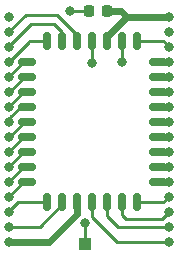
<source format=gbr>
G04 #@! TF.GenerationSoftware,KiCad,Pcbnew,(6.0.1-0)*
G04 #@! TF.CreationDate,2022-03-14T10:45:46-04:00*
G04 #@! TF.ProjectId,MBC1-PLCC32,4d424331-2d50-44c4-9343-33322e6b6963,rev?*
G04 #@! TF.SameCoordinates,Original*
G04 #@! TF.FileFunction,Copper,L1,Top*
G04 #@! TF.FilePolarity,Positive*
%FSLAX46Y46*%
G04 Gerber Fmt 4.6, Leading zero omitted, Abs format (unit mm)*
G04 Created by KiCad (PCBNEW (6.0.1-0)) date 2022-03-14 10:45:46*
%MOMM*%
%LPD*%
G01*
G04 APERTURE LIST*
G04 Aperture macros list*
%AMRoundRect*
0 Rectangle with rounded corners*
0 $1 Rounding radius*
0 $2 $3 $4 $5 $6 $7 $8 $9 X,Y pos of 4 corners*
0 Add a 4 corners polygon primitive as box body*
4,1,4,$2,$3,$4,$5,$6,$7,$8,$9,$2,$3,0*
0 Add four circle primitives for the rounded corners*
1,1,$1+$1,$2,$3*
1,1,$1+$1,$4,$5*
1,1,$1+$1,$6,$7*
1,1,$1+$1,$8,$9*
0 Add four rect primitives between the rounded corners*
20,1,$1+$1,$2,$3,$4,$5,0*
20,1,$1+$1,$4,$5,$6,$7,0*
20,1,$1+$1,$6,$7,$8,$9,0*
20,1,$1+$1,$8,$9,$2,$3,0*%
G04 Aperture macros list end*
G04 #@! TA.AperFunction,SMDPad,CuDef*
%ADD10RoundRect,0.150000X-0.150000X-0.587500X0.150000X-0.587500X0.150000X0.587500X-0.150000X0.587500X0*%
G04 #@! TD*
G04 #@! TA.AperFunction,SMDPad,CuDef*
%ADD11RoundRect,0.150000X-0.587500X-0.150000X0.587500X-0.150000X0.587500X0.150000X-0.587500X0.150000X0*%
G04 #@! TD*
G04 #@! TA.AperFunction,SMDPad,CuDef*
%ADD12R,1.000000X1.000000*%
G04 #@! TD*
G04 #@! TA.AperFunction,SMDPad,CuDef*
%ADD13RoundRect,0.225000X-0.225000X-0.250000X0.225000X-0.250000X0.225000X0.250000X-0.225000X0.250000X0*%
G04 #@! TD*
G04 #@! TA.AperFunction,ViaPad*
%ADD14C,0.800000*%
G04 #@! TD*
G04 #@! TA.AperFunction,Conductor*
%ADD15C,0.250000*%
G04 #@! TD*
G04 #@! TA.AperFunction,Conductor*
%ADD16C,0.600000*%
G04 #@! TD*
G04 APERTURE END LIST*
D10*
G04 #@! TO.P,U1,1*
G04 #@! TO.N,A18*
X112900000Y-51342500D03*
G04 #@! TO.P,U1,2*
G04 #@! TO.N,A16*
X111630000Y-51342500D03*
G04 #@! TO.P,U1,3*
G04 #@! TO.N,A15*
X110360000Y-51342500D03*
G04 #@! TO.P,U1,4*
G04 #@! TO.N,A12*
X109090000Y-51342500D03*
D11*
G04 #@! TO.P,U1,5*
G04 #@! TO.N,A7*
X107337500Y-53100000D03*
G04 #@! TO.P,U1,6*
G04 #@! TO.N,A6*
X107337500Y-54370000D03*
G04 #@! TO.P,U1,7*
G04 #@! TO.N,A5*
X107337500Y-55640000D03*
G04 #@! TO.P,U1,8*
G04 #@! TO.N,A4*
X107337500Y-56910000D03*
G04 #@! TO.P,U1,9*
G04 #@! TO.N,A3*
X107337500Y-58180000D03*
G04 #@! TO.P,U1,10*
G04 #@! TO.N,A2*
X107337500Y-59450000D03*
G04 #@! TO.P,U1,11*
G04 #@! TO.N,A1*
X107337500Y-60720000D03*
G04 #@! TO.P,U1,12*
G04 #@! TO.N,A0*
X107337500Y-61990000D03*
G04 #@! TO.P,U1,13*
G04 #@! TO.N,D0*
X107337500Y-63260000D03*
D10*
G04 #@! TO.P,U1,14*
G04 #@! TO.N,D1*
X109090000Y-65017500D03*
G04 #@! TO.P,U1,15*
G04 #@! TO.N,D2*
X110360000Y-65017500D03*
G04 #@! TO.P,U1,16*
G04 #@! TO.N,GND*
X111630000Y-65017500D03*
G04 #@! TO.P,U1,17*
G04 #@! TO.N,D3*
X112900000Y-65017500D03*
G04 #@! TO.P,U1,18*
G04 #@! TO.N,D4*
X114170000Y-65017500D03*
G04 #@! TO.P,U1,19*
G04 #@! TO.N,D5*
X115440000Y-65017500D03*
G04 #@! TO.P,U1,20*
G04 #@! TO.N,D6*
X116710000Y-65017500D03*
D11*
G04 #@! TO.P,U1,21*
G04 #@! TO.N,D7*
X118462500Y-63260000D03*
G04 #@! TO.P,U1,22*
G04 #@! TO.N,CE*
X118462500Y-61990000D03*
G04 #@! TO.P,U1,23*
G04 #@! TO.N,A10*
X118462500Y-60720000D03*
G04 #@! TO.P,U1,24*
G04 #@! TO.N,/OE*
X118462500Y-59450000D03*
G04 #@! TO.P,U1,25*
G04 #@! TO.N,A11*
X118462500Y-58180000D03*
G04 #@! TO.P,U1,26*
G04 #@! TO.N,A9*
X118462500Y-56910000D03*
G04 #@! TO.P,U1,27*
G04 #@! TO.N,A8*
X118462500Y-55640000D03*
G04 #@! TO.P,U1,28*
G04 #@! TO.N,A13*
X118462500Y-54370000D03*
G04 #@! TO.P,U1,29*
G04 #@! TO.N,A14*
X118462500Y-53100000D03*
D10*
G04 #@! TO.P,U1,30*
G04 #@! TO.N,A17*
X116710000Y-51342500D03*
G04 #@! TO.P,U1,31*
G04 #@! TO.N,/WE*
X115440000Y-51342500D03*
G04 #@! TO.P,U1,32*
G04 #@! TO.N,VCC*
X114170000Y-51342500D03*
G04 #@! TD*
D12*
G04 #@! TO.P,REF\u002A\u002A,1*
G04 #@! TO.N,/WE*
X112260000Y-68550000D03*
G04 #@! TD*
D13*
G04 #@! TO.P,R1,1*
G04 #@! TO.N,/WE*
X112585000Y-48850000D03*
G04 #@! TO.P,R1,2*
G04 #@! TO.N,VCC*
X114135000Y-48850000D03*
G04 #@! TD*
D14*
G04 #@! TO.N,VCC*
X119400000Y-49300000D03*
G04 #@! TO.N,A18*
X119400000Y-50570000D03*
X112900000Y-53200000D03*
G04 #@! TO.N,A17*
X119400000Y-51840000D03*
G04 #@! TO.N,A14*
X119400000Y-53110000D03*
G04 #@! TO.N,A13*
X119400000Y-54380000D03*
G04 #@! TO.N,A8*
X119400000Y-55650000D03*
G04 #@! TO.N,A9*
X119400000Y-56920000D03*
G04 #@! TO.N,A11*
X119400000Y-58190000D03*
G04 #@! TO.N,/OE*
X119400000Y-59460000D03*
G04 #@! TO.N,A10*
X119400000Y-60730000D03*
G04 #@! TO.N,CE*
X119400000Y-62000000D03*
G04 #@! TO.N,D7*
X119400000Y-63270000D03*
G04 #@! TO.N,D6*
X119400000Y-64540000D03*
G04 #@! TO.N,D5*
X119400000Y-65810000D03*
G04 #@! TO.N,D4*
X119400000Y-67080000D03*
G04 #@! TO.N,D3*
X119400000Y-68350000D03*
G04 #@! TO.N,GND*
X105850000Y-68350000D03*
G04 #@! TO.N,D2*
X105850000Y-67080000D03*
G04 #@! TO.N,D1*
X105850000Y-65810000D03*
G04 #@! TO.N,D0*
X105850000Y-64540000D03*
G04 #@! TO.N,A0*
X105850000Y-63270000D03*
G04 #@! TO.N,A1*
X105850000Y-62000000D03*
G04 #@! TO.N,A2*
X105850000Y-60730000D03*
G04 #@! TO.N,A3*
X105850000Y-59460000D03*
G04 #@! TO.N,A4*
X105850000Y-58190000D03*
G04 #@! TO.N,A5*
X105850000Y-56920000D03*
G04 #@! TO.N,A6*
X105850000Y-55650000D03*
G04 #@! TO.N,A7*
X105850000Y-54380000D03*
G04 #@! TO.N,A12*
X105850000Y-53110000D03*
G04 #@! TO.N,A15*
X105850000Y-51840000D03*
G04 #@! TO.N,A16*
X105850000Y-50570000D03*
G04 #@! TO.N,/OE1*
X105850000Y-49300000D03*
G04 #@! TO.N,/WE*
X115400000Y-53150000D03*
X112250000Y-66800000D03*
X111050000Y-48810000D03*
G04 #@! TD*
D15*
G04 #@! TO.N,VCC*
X114170000Y-51362500D02*
X114170000Y-50980000D01*
D16*
X114170000Y-51342500D02*
X114170000Y-50956441D01*
X115826441Y-49300000D02*
X119099980Y-49300000D01*
X114170000Y-50956441D02*
X115826441Y-49300000D01*
X115376441Y-48850000D02*
X115826441Y-49300000D01*
X114135000Y-48850000D02*
X115376441Y-48850000D01*
D15*
G04 #@! TO.N,A18*
X112900000Y-51362500D02*
X112900000Y-53200000D01*
G04 #@! TO.N,A17*
X119274980Y-51714980D02*
X119274980Y-51840000D01*
X116710000Y-51342500D02*
X118902500Y-51342500D01*
X118902500Y-51342500D02*
X119274980Y-51714980D01*
D16*
G04 #@! TO.N,A14*
X119099980Y-53100000D02*
X119099980Y-53110000D01*
X118462500Y-53100000D02*
X119099980Y-53100000D01*
G04 #@! TO.N,A13*
X118462500Y-54370000D02*
X119099980Y-54370000D01*
X119099980Y-54370000D02*
X119099980Y-54380000D01*
G04 #@! TO.N,A8*
X118462500Y-55640000D02*
X119099980Y-55640000D01*
X119099980Y-55640000D02*
X119099980Y-55650000D01*
G04 #@! TO.N,A9*
X118462500Y-56910000D02*
X119099980Y-56910000D01*
X119099980Y-56910000D02*
X119099980Y-56920000D01*
G04 #@! TO.N,A11*
X119099980Y-58180000D02*
X119099980Y-58190000D01*
X118462500Y-58180000D02*
X119099980Y-58180000D01*
G04 #@! TO.N,/OE*
X119099980Y-59450000D02*
X119099980Y-59460000D01*
X118462500Y-59450000D02*
X119099980Y-59450000D01*
G04 #@! TO.N,A10*
X119099980Y-60720000D02*
X119099980Y-60730000D01*
X118462500Y-60720000D02*
X119099980Y-60720000D01*
D15*
G04 #@! TO.N,CE*
X118462500Y-62010000D02*
X119174980Y-62010000D01*
D16*
X118462500Y-61990000D02*
X119099980Y-61990000D01*
X119099980Y-61990000D02*
X119099980Y-62000000D01*
G04 #@! TO.N,D7*
X118462500Y-63260000D02*
X119099980Y-63260000D01*
X119099980Y-63260000D02*
X119099980Y-63270000D01*
D15*
G04 #@! TO.N,D6*
X118922500Y-65017500D02*
X119274980Y-64665020D01*
X116710000Y-65017500D02*
X118922500Y-65017500D01*
X119274980Y-64665020D02*
X119274980Y-64540000D01*
G04 #@! TO.N,D5*
X119274980Y-65935020D02*
X119274980Y-65810000D01*
X115440000Y-66110000D02*
X115750000Y-66420000D01*
X115440000Y-65017500D02*
X115440000Y-66110000D01*
X115750000Y-66420000D02*
X118790000Y-66420000D01*
X118790000Y-66420000D02*
X119274980Y-65935020D01*
G04 #@! TO.N,D4*
X115070000Y-67080000D02*
X119274980Y-67080000D01*
X114170000Y-65017500D02*
X114170000Y-66180000D01*
X114170000Y-66180000D02*
X115070000Y-67080000D01*
G04 #@! TO.N,D3*
X115000000Y-68350000D02*
X119274980Y-68350000D01*
X112900000Y-66250000D02*
X115000000Y-68350000D01*
X112900000Y-65017500D02*
X112900000Y-66250000D01*
D16*
G04 #@! TO.N,GND*
X109250000Y-68350000D02*
X106150020Y-68350000D01*
X111630000Y-65970000D02*
X109250000Y-68350000D01*
X111630000Y-65017500D02*
X111630000Y-65970000D01*
D15*
G04 #@! TO.N,D2*
X108460000Y-67080000D02*
X105975020Y-67080000D01*
X110360000Y-65017500D02*
X110360000Y-65180000D01*
X110360000Y-65180000D02*
X108460000Y-67080000D01*
G04 #@! TO.N,D1*
X109090000Y-65017500D02*
X106642500Y-65017500D01*
X106642500Y-65017500D02*
X105975020Y-65684980D01*
X105975020Y-65684980D02*
X105975020Y-65810000D01*
G04 #@! TO.N,D0*
X105975020Y-64414980D02*
X105975020Y-64540000D01*
X107090000Y-63260000D02*
X107337500Y-63260000D01*
X107130000Y-63260000D02*
X105975020Y-64414980D01*
G04 #@! TO.N,A0*
X107110000Y-61990000D02*
X107337500Y-61990000D01*
X107130000Y-61990000D02*
X105975020Y-63144980D01*
X105975020Y-63144980D02*
X105975020Y-63270000D01*
G04 #@! TO.N,A1*
X107130000Y-60720000D02*
X105975020Y-61874980D01*
X107080000Y-60720000D02*
X107337500Y-60720000D01*
X105975020Y-61874980D02*
X105975020Y-62000000D01*
G04 #@! TO.N,A2*
X107130000Y-59450000D02*
X105975020Y-60604980D01*
X107100000Y-59450000D02*
X107337500Y-59450000D01*
X105975020Y-60604980D02*
X105975020Y-60730000D01*
G04 #@! TO.N,A3*
X107337500Y-58180000D02*
X107198928Y-58180000D01*
X107198928Y-58180000D02*
X105975020Y-59403908D01*
X105975020Y-59403908D02*
X105975020Y-59460000D01*
G04 #@! TO.N,A4*
X107337500Y-56930000D02*
X107070000Y-56930000D01*
X105975020Y-57819594D02*
X105975020Y-58190000D01*
X107337500Y-56910000D02*
X106884614Y-56910000D01*
X106884614Y-56910000D02*
X105975020Y-57819594D01*
G04 #@! TO.N,A5*
X107337500Y-55640000D02*
X107130000Y-55640000D01*
X107130000Y-55640000D02*
X105975020Y-56794980D01*
X105975020Y-56794980D02*
X105975020Y-56920000D01*
X107337500Y-55660000D02*
X107090000Y-55660000D01*
G04 #@! TO.N,A6*
X107198928Y-54370000D02*
X105975020Y-55593908D01*
X107337500Y-54370000D02*
X107198928Y-54370000D01*
X105975020Y-55593908D02*
X105975020Y-55650000D01*
G04 #@! TO.N,A7*
X107130000Y-53100000D02*
X105975020Y-54254980D01*
X105975020Y-54254980D02*
X105975020Y-54380000D01*
X105975020Y-54224980D02*
X105975020Y-54350000D01*
X107337500Y-53120000D02*
X107080000Y-53120000D01*
X107337500Y-53100000D02*
X107130000Y-53100000D01*
G04 #@! TO.N,A12*
X107587500Y-51441428D02*
X105975020Y-53053908D01*
X109090000Y-51362500D02*
X107587500Y-51362500D01*
X105975020Y-53053908D02*
X105975020Y-53110000D01*
X107587500Y-51362500D02*
X107587500Y-51441428D01*
G04 #@! TO.N,A15*
X105975020Y-51674980D02*
X105975020Y-51840000D01*
X109700000Y-49950000D02*
X110360000Y-50610000D01*
X110360000Y-50610000D02*
X110360000Y-51362500D01*
X109700000Y-49950000D02*
X107700000Y-49950000D01*
X107700000Y-49950000D02*
X105975020Y-51674980D01*
G04 #@! TO.N,A16*
X111630000Y-51362500D02*
X111630000Y-50830000D01*
X109950000Y-49150000D02*
X107250000Y-49150000D01*
X111630000Y-50830000D02*
X109950000Y-49150000D01*
X105975020Y-50424980D02*
X105975020Y-50570000D01*
X107250000Y-49150000D02*
X105975020Y-50424980D01*
G04 #@! TO.N,/WE*
X111090000Y-48850000D02*
X111050000Y-48810000D01*
X115440000Y-53110000D02*
X115400000Y-53150000D01*
X115440000Y-51342500D02*
X115440000Y-53110000D01*
X112585000Y-48850000D02*
X111090000Y-48850000D01*
X112250000Y-66800000D02*
X112250000Y-68540000D01*
X112250000Y-68540000D02*
X112260000Y-68550000D01*
G04 #@! TD*
M02*

</source>
